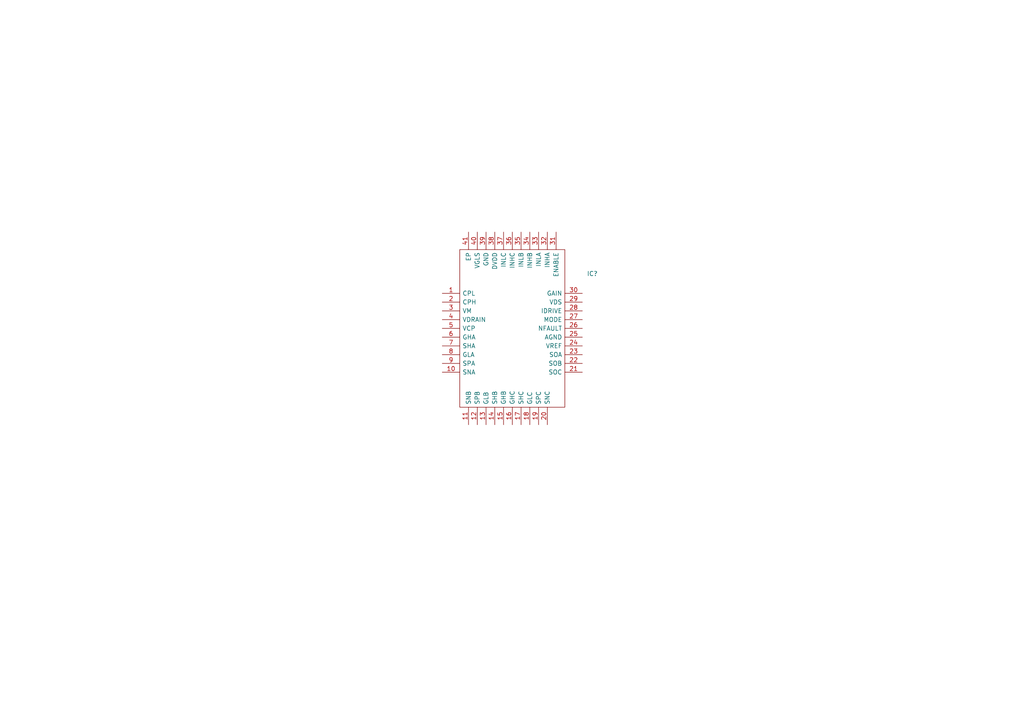
<source format=kicad_sch>
(kicad_sch (version 20211123) (generator eeschema)
  (paper "A4")
  (lib_symbols
    (symbol "custom_lib:DRV8353HRTAT" (pin_names (offset 0.762))
      (property "Reference" "IC" (at 36.83 17.78 0))
      (property "Value" "DRV8353HRTAT" (at 36.83 15.24 0))
      (symbol "DRV8353HRTAT_0_0"
        (pin passive line (at 0 0 0) (length 5.08) (name "CPL") (number "1"))
        (pin passive line (at 0 -22.86 0) (length 5.08) (name "SNA") (number "10"))
        (pin passive line (at 7.62 -38.1 90) (length 5.08) (name "SNB") (number "11"))
        (pin passive line (at 10.16 -38.1 90) (length 5.08) (name "SPB") (number "12"))
        (pin passive line (at 12.7 -38.1 90) (length 5.08) (name "GLB") (number "13"))
        (pin passive line (at 15.24 -38.1 90) (length 5.08) (name "SHB") (number "14"))
        (pin passive line (at 17.78 -38.1 90) (length 5.08) (name "GHB") (number "15"))
        (pin passive line (at 20.32 -38.1 90) (length 5.08) (name "GHC") (number "16"))
        (pin passive line (at 22.86 -38.1 90) (length 5.08) (name "SHC") (number "17"))
        (pin passive line (at 25.4 -38.1 90) (length 5.08) (name "GLC") (number "18"))
        (pin passive line (at 27.94 -38.1 90) (length 5.08) (name "SPC") (number "19"))
        (pin passive line (at 0 -2.54 0) (length 5.08) (name "CPH") (number "2"))
        (pin passive line (at 30.48 -38.1 90) (length 5.08) (name "SNC") (number "20"))
        (pin passive line (at 40.64 -22.86 180) (length 5.08) (name "SOC") (number "21"))
        (pin passive line (at 40.64 -20.32 180) (length 5.08) (name "SOB") (number "22"))
        (pin passive line (at 40.64 -17.78 180) (length 5.08) (name "SOA") (number "23"))
        (pin passive line (at 40.64 -15.24 180) (length 5.08) (name "VREF") (number "24"))
        (pin passive line (at 40.64 -12.7 180) (length 5.08) (name "AGND") (number "25"))
        (pin passive line (at 40.64 -10.16 180) (length 5.08) (name "NFAULT") (number "26"))
        (pin passive line (at 40.64 -7.62 180) (length 5.08) (name "MODE") (number "27"))
        (pin passive line (at 40.64 -5.08 180) (length 5.08) (name "IDRIVE") (number "28"))
        (pin passive line (at 40.64 -2.54 180) (length 5.08) (name "VDS") (number "29"))
        (pin passive line (at 0 -5.08 0) (length 5.08) (name "VM") (number "3"))
        (pin passive line (at 40.64 0 180) (length 5.08) (name "GAIN") (number "30"))
        (pin passive line (at 33.02 17.78 270) (length 5.08) (name "ENABLE") (number "31"))
        (pin passive line (at 30.48 17.78 270) (length 5.08) (name "INHA") (number "32"))
        (pin passive line (at 27.94 17.78 270) (length 5.08) (name "INLA") (number "33"))
        (pin passive line (at 25.4 17.78 270) (length 5.08) (name "INHB") (number "34"))
        (pin passive line (at 22.86 17.78 270) (length 5.08) (name "INLB") (number "35"))
        (pin passive line (at 20.32 17.78 270) (length 5.08) (name "INHC") (number "36"))
        (pin passive line (at 17.78 17.78 270) (length 5.08) (name "INLC") (number "37"))
        (pin passive line (at 15.24 17.78 270) (length 5.08) (name "DVDD") (number "38"))
        (pin passive line (at 12.7 17.78 270) (length 5.08) (name "GND") (number "39"))
        (pin passive line (at 0 -7.62 0) (length 5.08) (name "VDRAIN") (number "4"))
        (pin passive line (at 10.16 17.78 270) (length 5.08) (name "VGLS") (number "40"))
        (pin passive line (at 7.62 17.78 270) (length 5.08) (name "EP") (number "41"))
        (pin passive line (at 0 -10.16 0) (length 5.08) (name "VCP") (number "5"))
        (pin passive line (at 0 -12.7 0) (length 5.08) (name "GHA") (number "6"))
        (pin passive line (at 0 -15.24 0) (length 5.08) (name "SHA") (number "7"))
        (pin passive line (at 0 -17.78 0) (length 5.08) (name "GLA") (number "8"))
        (pin passive line (at 0 -20.32 0) (length 5.08) (name "SPA") (number "9"))
      )
      (symbol "DRV8353HRTAT_0_1"
        (polyline (pts (xy 5.08 12.7) (xy 35.56 12.7) (xy 35.56 -33.02) (xy 5.08 -33.02) (xy 5.08 12.7)) (stroke (width 0.1524)))
      )
    )
  )
  (symbol (lib_id "custom_lib:DRV8353HRTAT") (at 128.27 85.09 0) (unit 1)
    (property "Reference" "IC?" (at 171.7938 79.3835 0))
    (property "Datasheet" "https://www.ti.com/lit/ds/symlink/drv8353.pdf?ts=1603863755757&ref_url=https%253A%252F%252Fwww.ti.com%252Fstore%252Fti%252Fen%252Fp%252Fproduct%252F%253Fp%253DDRV8353HRTAT%2526keyMatch%253DDRV8353HRTAT%2526tisearch%253DSearch-EN-everything%2526usecase%253" (effects hide))
    (property "Description" "100-V Three-Phase Smart Gate Driver With Three Current Shunt Amplifiers" (effects hide))
    (property "Height" "0.8" (effects hide))
    (property "Mouser Part Number" "595-DRV8353HRTAT" (effects hide))
    (property "Mouser Price/Stock" "https://www.mouser.co.uk/ProductDetail/Texas-Instruments/DRV8353HRTAT?qs=lc2O%252BfHJPVZ7FBPZwwSPNg%3D%3D" (effects hide))
    (property "Manufacturer_Name" "Texas Instruments" (effects hide))
    (property "Manufacturer_Part_Number" "DRV8353HRTAT" (effects hide))
  )
)
</source>
